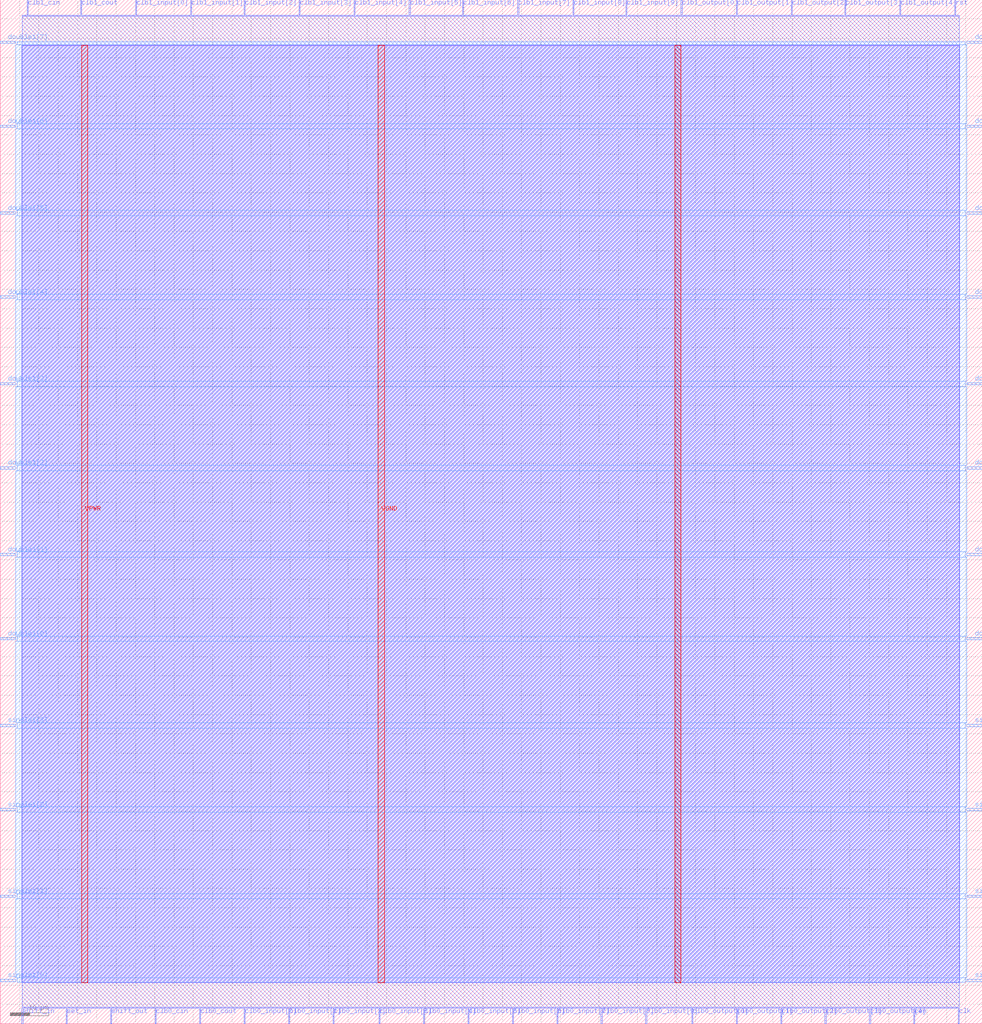
<source format=lef>
VERSION 5.7 ;
  NOWIREEXTENSIONATPIN ON ;
  DIVIDERCHAR "/" ;
  BUSBITCHARS "[]" ;
MACRO baked_connection_block_north
  CLASS BLOCK ;
  FOREIGN baked_connection_block_north ;
  ORIGIN 0.000 0.000 ;
  SIZE 254.225 BY 264.945 ;
  PIN cen
    DIRECTION INPUT ;
    PORT
      LAYER met2 ;
        RECT 236.530 0.000 236.810 4.000 ;
    END
  END cen
  PIN clb0_cin
    DIRECTION OUTPUT TRISTATE ;
    PORT
      LAYER met2 ;
        RECT 40.110 0.000 40.390 4.000 ;
    END
  END clb0_cin
  PIN clb0_cout
    DIRECTION INPUT ;
    PORT
      LAYER met2 ;
        RECT 51.610 0.000 51.890 4.000 ;
    END
  END clb0_cout
  PIN clb0_input[0]
    DIRECTION OUTPUT TRISTATE ;
    PORT
      LAYER met2 ;
        RECT 63.110 0.000 63.390 4.000 ;
    END
  END clb0_input[0]
  PIN clb0_input[1]
    DIRECTION OUTPUT TRISTATE ;
    PORT
      LAYER met2 ;
        RECT 74.610 0.000 74.890 4.000 ;
    END
  END clb0_input[1]
  PIN clb0_input[2]
    DIRECTION OUTPUT TRISTATE ;
    PORT
      LAYER met2 ;
        RECT 86.110 0.000 86.390 4.000 ;
    END
  END clb0_input[2]
  PIN clb0_input[3]
    DIRECTION OUTPUT TRISTATE ;
    PORT
      LAYER met2 ;
        RECT 98.070 0.000 98.350 4.000 ;
    END
  END clb0_input[3]
  PIN clb0_input[4]
    DIRECTION OUTPUT TRISTATE ;
    PORT
      LAYER met2 ;
        RECT 109.570 0.000 109.850 4.000 ;
    END
  END clb0_input[4]
  PIN clb0_input[5]
    DIRECTION OUTPUT TRISTATE ;
    PORT
      LAYER met2 ;
        RECT 121.070 0.000 121.350 4.000 ;
    END
  END clb0_input[5]
  PIN clb0_input[6]
    DIRECTION OUTPUT TRISTATE ;
    PORT
      LAYER met2 ;
        RECT 132.570 0.000 132.850 4.000 ;
    END
  END clb0_input[6]
  PIN clb0_input[7]
    DIRECTION OUTPUT TRISTATE ;
    PORT
      LAYER met2 ;
        RECT 144.070 0.000 144.350 4.000 ;
    END
  END clb0_input[7]
  PIN clb0_input[8]
    DIRECTION OUTPUT TRISTATE ;
    PORT
      LAYER met2 ;
        RECT 155.570 0.000 155.850 4.000 ;
    END
  END clb0_input[8]
  PIN clb0_input[9]
    DIRECTION OUTPUT TRISTATE ;
    PORT
      LAYER met2 ;
        RECT 167.070 0.000 167.350 4.000 ;
    END
  END clb0_input[9]
  PIN clb0_output[0]
    DIRECTION INPUT ;
    PORT
      LAYER met2 ;
        RECT 179.030 0.000 179.310 4.000 ;
    END
  END clb0_output[0]
  PIN clb0_output[1]
    DIRECTION INPUT ;
    PORT
      LAYER met2 ;
        RECT 190.530 0.000 190.810 4.000 ;
    END
  END clb0_output[1]
  PIN clb0_output[2]
    DIRECTION INPUT ;
    PORT
      LAYER met2 ;
        RECT 202.030 0.000 202.310 4.000 ;
    END
  END clb0_output[2]
  PIN clb0_output[3]
    DIRECTION INPUT ;
    PORT
      LAYER met2 ;
        RECT 213.530 0.000 213.810 4.000 ;
    END
  END clb0_output[3]
  PIN clb0_output[4]
    DIRECTION INPUT ;
    PORT
      LAYER met2 ;
        RECT 225.030 0.000 225.310 4.000 ;
    END
  END clb0_output[4]
  PIN clb1_cin
    DIRECTION OUTPUT TRISTATE ;
    PORT
      LAYER met2 ;
        RECT 6.990 260.945 7.270 264.945 ;
    END
  END clb1_cin
  PIN clb1_cout
    DIRECTION INPUT ;
    PORT
      LAYER met2 ;
        RECT 20.790 260.945 21.070 264.945 ;
    END
  END clb1_cout
  PIN clb1_input[0]
    DIRECTION OUTPUT TRISTATE ;
    PORT
      LAYER met2 ;
        RECT 35.050 260.945 35.330 264.945 ;
    END
  END clb1_input[0]
  PIN clb1_input[1]
    DIRECTION OUTPUT TRISTATE ;
    PORT
      LAYER met2 ;
        RECT 49.310 260.945 49.590 264.945 ;
    END
  END clb1_input[1]
  PIN clb1_input[2]
    DIRECTION OUTPUT TRISTATE ;
    PORT
      LAYER met2 ;
        RECT 63.110 260.945 63.390 264.945 ;
    END
  END clb1_input[2]
  PIN clb1_input[3]
    DIRECTION OUTPUT TRISTATE ;
    PORT
      LAYER met2 ;
        RECT 77.370 260.945 77.650 264.945 ;
    END
  END clb1_input[3]
  PIN clb1_input[4]
    DIRECTION OUTPUT TRISTATE ;
    PORT
      LAYER met2 ;
        RECT 91.630 260.945 91.910 264.945 ;
    END
  END clb1_input[4]
  PIN clb1_input[5]
    DIRECTION OUTPUT TRISTATE ;
    PORT
      LAYER met2 ;
        RECT 105.890 260.945 106.170 264.945 ;
    END
  END clb1_input[5]
  PIN clb1_input[6]
    DIRECTION OUTPUT TRISTATE ;
    PORT
      LAYER met2 ;
        RECT 119.690 260.945 119.970 264.945 ;
    END
  END clb1_input[6]
  PIN clb1_input[7]
    DIRECTION OUTPUT TRISTATE ;
    PORT
      LAYER met2 ;
        RECT 133.950 260.945 134.230 264.945 ;
    END
  END clb1_input[7]
  PIN clb1_input[8]
    DIRECTION OUTPUT TRISTATE ;
    PORT
      LAYER met2 ;
        RECT 148.210 260.945 148.490 264.945 ;
    END
  END clb1_input[8]
  PIN clb1_input[9]
    DIRECTION OUTPUT TRISTATE ;
    PORT
      LAYER met2 ;
        RECT 162.010 260.945 162.290 264.945 ;
    END
  END clb1_input[9]
  PIN clb1_output[0]
    DIRECTION INPUT ;
    PORT
      LAYER met2 ;
        RECT 176.270 260.945 176.550 264.945 ;
    END
  END clb1_output[0]
  PIN clb1_output[1]
    DIRECTION INPUT ;
    PORT
      LAYER met2 ;
        RECT 190.530 260.945 190.810 264.945 ;
    END
  END clb1_output[1]
  PIN clb1_output[2]
    DIRECTION INPUT ;
    PORT
      LAYER met2 ;
        RECT 204.790 260.945 205.070 264.945 ;
    END
  END clb1_output[2]
  PIN clb1_output[3]
    DIRECTION INPUT ;
    PORT
      LAYER met2 ;
        RECT 218.590 260.945 218.870 264.945 ;
    END
  END clb1_output[3]
  PIN clb1_output[4]
    DIRECTION INPUT ;
    PORT
      LAYER met2 ;
        RECT 232.850 260.945 233.130 264.945 ;
    END
  END clb1_output[4]
  PIN clk
    DIRECTION INPUT ;
    PORT
      LAYER met2 ;
        RECT 248.030 0.000 248.310 4.000 ;
    END
  END clk
  PIN double0[0]
    DIRECTION INOUT ;
    PORT
      LAYER met3 ;
        RECT 250.225 99.320 254.225 99.920 ;
    END
  END double0[0]
  PIN double0[1]
    DIRECTION INOUT ;
    PORT
      LAYER met3 ;
        RECT 250.225 121.080 254.225 121.680 ;
    END
  END double0[1]
  PIN double0[2]
    DIRECTION INOUT ;
    PORT
      LAYER met3 ;
        RECT 250.225 143.520 254.225 144.120 ;
    END
  END double0[2]
  PIN double0[3]
    DIRECTION INOUT ;
    PORT
      LAYER met3 ;
        RECT 250.225 165.280 254.225 165.880 ;
    END
  END double0[3]
  PIN double0[4]
    DIRECTION INOUT ;
    PORT
      LAYER met3 ;
        RECT 250.225 187.720 254.225 188.320 ;
    END
  END double0[4]
  PIN double0[5]
    DIRECTION INOUT ;
    PORT
      LAYER met3 ;
        RECT 250.225 209.480 254.225 210.080 ;
    END
  END double0[5]
  PIN double0[6]
    DIRECTION INOUT ;
    PORT
      LAYER met3 ;
        RECT 250.225 231.920 254.225 232.520 ;
    END
  END double0[6]
  PIN double0[7]
    DIRECTION INOUT ;
    PORT
      LAYER met3 ;
        RECT 250.225 253.680 254.225 254.280 ;
    END
  END double0[7]
  PIN double1[0]
    DIRECTION INOUT ;
    PORT
      LAYER met3 ;
        RECT 0.000 99.320 4.000 99.920 ;
    END
  END double1[0]
  PIN double1[1]
    DIRECTION INOUT ;
    PORT
      LAYER met3 ;
        RECT 0.000 121.080 4.000 121.680 ;
    END
  END double1[1]
  PIN double1[2]
    DIRECTION INOUT ;
    PORT
      LAYER met3 ;
        RECT 0.000 143.520 4.000 144.120 ;
    END
  END double1[2]
  PIN double1[3]
    DIRECTION INOUT ;
    PORT
      LAYER met3 ;
        RECT 0.000 165.280 4.000 165.880 ;
    END
  END double1[3]
  PIN double1[4]
    DIRECTION INOUT ;
    PORT
      LAYER met3 ;
        RECT 0.000 187.720 4.000 188.320 ;
    END
  END double1[4]
  PIN double1[5]
    DIRECTION INOUT ;
    PORT
      LAYER met3 ;
        RECT 0.000 209.480 4.000 210.080 ;
    END
  END double1[5]
  PIN double1[6]
    DIRECTION INOUT ;
    PORT
      LAYER met3 ;
        RECT 0.000 231.920 4.000 232.520 ;
    END
  END double1[6]
  PIN double1[7]
    DIRECTION INOUT ;
    PORT
      LAYER met3 ;
        RECT 0.000 253.680 4.000 254.280 ;
    END
  END double1[7]
  PIN rst
    DIRECTION INPUT ;
    PORT
      LAYER met2 ;
        RECT 247.110 260.945 247.390 264.945 ;
    END
  END rst
  PIN set_in
    DIRECTION INPUT ;
    PORT
      LAYER met2 ;
        RECT 17.110 0.000 17.390 4.000 ;
    END
  END set_in
  PIN shift_in
    DIRECTION INPUT ;
    PORT
      LAYER met2 ;
        RECT 5.610 0.000 5.890 4.000 ;
    END
  END shift_in
  PIN shift_out
    DIRECTION OUTPUT TRISTATE ;
    PORT
      LAYER met2 ;
        RECT 28.610 0.000 28.890 4.000 ;
    END
  END shift_out
  PIN single0[0]
    DIRECTION INOUT ;
    PORT
      LAYER met3 ;
        RECT 250.225 10.920 254.225 11.520 ;
    END
  END single0[0]
  PIN single0[1]
    DIRECTION INOUT ;
    PORT
      LAYER met3 ;
        RECT 250.225 32.680 254.225 33.280 ;
    END
  END single0[1]
  PIN single0[2]
    DIRECTION INOUT ;
    PORT
      LAYER met3 ;
        RECT 250.225 55.120 254.225 55.720 ;
    END
  END single0[2]
  PIN single0[3]
    DIRECTION INOUT ;
    PORT
      LAYER met3 ;
        RECT 250.225 76.880 254.225 77.480 ;
    END
  END single0[3]
  PIN single1[0]
    DIRECTION INOUT ;
    PORT
      LAYER met3 ;
        RECT 0.000 10.920 4.000 11.520 ;
    END
  END single1[0]
  PIN single1[1]
    DIRECTION INOUT ;
    PORT
      LAYER met3 ;
        RECT 0.000 32.680 4.000 33.280 ;
    END
  END single1[1]
  PIN single1[2]
    DIRECTION INOUT ;
    PORT
      LAYER met3 ;
        RECT 0.000 55.120 4.000 55.720 ;
    END
  END single1[2]
  PIN single1[3]
    DIRECTION INOUT ;
    PORT
      LAYER met3 ;
        RECT 0.000 76.880 4.000 77.480 ;
    END
  END single1[3]
  PIN VPWR
    DIRECTION INPUT ;
    USE POWER ;
    PORT
      LAYER met4 ;
        RECT 21.040 10.640 22.640 253.200 ;
    END
  END VPWR
  PIN VGND
    DIRECTION INPUT ;
    USE GROUND ;
    PORT
      LAYER met4 ;
        RECT 97.840 10.640 99.440 253.200 ;
    END
  END VGND
  OBS
      LAYER li1 ;
        RECT 5.520 10.795 248.400 253.045 ;
      LAYER met1 ;
        RECT 5.520 10.640 248.400 253.200 ;
      LAYER met2 ;
        RECT 5.680 260.665 6.710 260.945 ;
        RECT 7.550 260.665 20.510 260.945 ;
        RECT 21.350 260.665 34.770 260.945 ;
        RECT 35.610 260.665 49.030 260.945 ;
        RECT 49.870 260.665 62.830 260.945 ;
        RECT 63.670 260.665 77.090 260.945 ;
        RECT 77.930 260.665 91.350 260.945 ;
        RECT 92.190 260.665 105.610 260.945 ;
        RECT 106.450 260.665 119.410 260.945 ;
        RECT 120.250 260.665 133.670 260.945 ;
        RECT 134.510 260.665 147.930 260.945 ;
        RECT 148.770 260.665 161.730 260.945 ;
        RECT 162.570 260.665 175.990 260.945 ;
        RECT 176.830 260.665 190.250 260.945 ;
        RECT 191.090 260.665 204.510 260.945 ;
        RECT 205.350 260.665 218.310 260.945 ;
        RECT 219.150 260.665 232.570 260.945 ;
        RECT 233.410 260.665 246.830 260.945 ;
        RECT 247.670 260.665 248.300 260.945 ;
        RECT 5.680 4.280 248.300 260.665 ;
        RECT 6.170 4.000 16.830 4.280 ;
        RECT 17.670 4.000 28.330 4.280 ;
        RECT 29.170 4.000 39.830 4.280 ;
        RECT 40.670 4.000 51.330 4.280 ;
        RECT 52.170 4.000 62.830 4.280 ;
        RECT 63.670 4.000 74.330 4.280 ;
        RECT 75.170 4.000 85.830 4.280 ;
        RECT 86.670 4.000 97.790 4.280 ;
        RECT 98.630 4.000 109.290 4.280 ;
        RECT 110.130 4.000 120.790 4.280 ;
        RECT 121.630 4.000 132.290 4.280 ;
        RECT 133.130 4.000 143.790 4.280 ;
        RECT 144.630 4.000 155.290 4.280 ;
        RECT 156.130 4.000 166.790 4.280 ;
        RECT 167.630 4.000 178.750 4.280 ;
        RECT 179.590 4.000 190.250 4.280 ;
        RECT 191.090 4.000 201.750 4.280 ;
        RECT 202.590 4.000 213.250 4.280 ;
        RECT 214.090 4.000 224.750 4.280 ;
        RECT 225.590 4.000 236.250 4.280 ;
        RECT 237.090 4.000 247.750 4.280 ;
      LAYER met3 ;
        RECT 4.400 253.280 249.825 254.145 ;
        RECT 4.000 232.920 250.225 253.280 ;
        RECT 4.400 231.520 249.825 232.920 ;
        RECT 4.000 210.480 250.225 231.520 ;
        RECT 4.400 209.080 249.825 210.480 ;
        RECT 4.000 188.720 250.225 209.080 ;
        RECT 4.400 187.320 249.825 188.720 ;
        RECT 4.000 166.280 250.225 187.320 ;
        RECT 4.400 164.880 249.825 166.280 ;
        RECT 4.000 144.520 250.225 164.880 ;
        RECT 4.400 143.120 249.825 144.520 ;
        RECT 4.000 122.080 250.225 143.120 ;
        RECT 4.400 120.680 249.825 122.080 ;
        RECT 4.000 100.320 250.225 120.680 ;
        RECT 4.400 98.920 249.825 100.320 ;
        RECT 4.000 77.880 250.225 98.920 ;
        RECT 4.400 76.480 249.825 77.880 ;
        RECT 4.000 56.120 250.225 76.480 ;
        RECT 4.400 54.720 249.825 56.120 ;
        RECT 4.000 33.680 250.225 54.720 ;
        RECT 4.400 32.280 249.825 33.680 ;
        RECT 4.000 11.920 250.225 32.280 ;
        RECT 4.400 10.715 249.825 11.920 ;
      LAYER met4 ;
        RECT 174.640 10.640 176.240 253.200 ;
  END
END baked_connection_block_north
END LIBRARY


</source>
